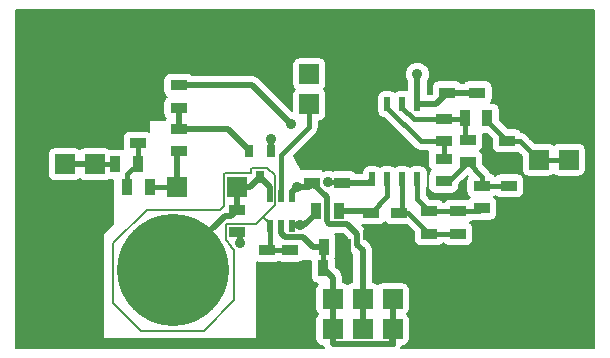
<source format=gbr>
G04 #@! TF.FileFunction,Copper,L2,Bot,Signal*
%FSLAX46Y46*%
G04 Gerber Fmt 4.6, Leading zero omitted, Abs format (unit mm)*
G04 Created by KiCad (PCBNEW 0.201503251001+5534~22~ubuntu14.04.1-product) date Čt 26. březen 2015, 00:22:24 CET*
%MOMM*%
G01*
G04 APERTURE LIST*
%ADD10C,0.100000*%
%ADD11R,1.397000X0.889000*%
%ADD12R,0.889000X1.397000*%
%ADD13R,1.651000X1.651000*%
%ADD14C,6.000000*%
%ADD15R,0.800100X1.000760*%
%ADD16R,0.500000X1.000760*%
%ADD17R,0.501040X1.000760*%
%ADD18C,9.480265*%
%ADD19R,0.508000X1.143000*%
%ADD20C,0.889000*%
%ADD21C,0.500000*%
%ADD22C,0.400000*%
%ADD23C,0.200000*%
%ADD24C,0.130000*%
G04 APERTURE END LIST*
D10*
D11*
X19685000Y10731500D03*
X19685000Y12636500D03*
X26035000Y14922500D03*
X26035000Y16827500D03*
X14732000Y19494500D03*
X14732000Y17589500D03*
X24130000Y9207500D03*
X24130000Y7302500D03*
X40005000Y22542500D03*
X40005000Y24447500D03*
X37465000Y22542500D03*
X37465000Y24447500D03*
D12*
X26987500Y9525000D03*
X28892500Y9525000D03*
X28257500Y12573000D03*
X26352500Y12573000D03*
D11*
X28575000Y14922500D03*
X28575000Y16827500D03*
D12*
X26962100Y7670800D03*
X28867100Y7670800D03*
D11*
X35941000Y10604500D03*
X35941000Y12509500D03*
X42672000Y12763500D03*
X42672000Y14668500D03*
X37134800Y18427700D03*
X37134800Y20332700D03*
D12*
X38925500Y20370800D03*
X40830500Y20370800D03*
D13*
X7620000Y13970000D03*
X7620000Y16510000D03*
X7620000Y19050000D03*
X5080000Y19050000D03*
X5080000Y16510000D03*
X5080000Y13970000D03*
X27736800Y5080000D03*
X35356800Y2540000D03*
X30276800Y2540000D03*
X35356800Y5080000D03*
X25196800Y2540000D03*
X27736800Y2540000D03*
X32816800Y2540000D03*
X25196800Y5080000D03*
X32816800Y5080000D03*
X30276800Y5080000D03*
X25781000Y21590000D03*
X25781000Y24130000D03*
X47726600Y14325600D03*
X47726600Y16865600D03*
X47726600Y19405600D03*
X45186600Y19405600D03*
X45186600Y16865600D03*
X45186600Y14325600D03*
D14*
X45720000Y5080000D03*
X45720000Y25400000D03*
X5080000Y25400000D03*
X5080000Y5080000D03*
D11*
X14732000Y21272500D03*
X14732000Y23177500D03*
D12*
X11226800Y16510000D03*
X9321800Y16510000D03*
D11*
X30988000Y10477500D03*
X30988000Y12382500D03*
X38354000Y10604500D03*
X38354000Y12509500D03*
X33401000Y10477500D03*
X33401000Y12382500D03*
X40386000Y12763500D03*
X40386000Y14668500D03*
X37134800Y15074900D03*
X37134800Y16979900D03*
X39166800Y16675100D03*
X39166800Y18580100D03*
X42519600Y18478500D03*
X42519600Y16573500D03*
D15*
X21590000Y15410180D03*
X22542500Y17609820D03*
X20637500Y17609820D03*
D13*
X14605000Y14605000D03*
X19685000Y14605000D03*
D16*
X24320500Y13843000D03*
X23368000Y13843000D03*
D17*
X22415500Y13843000D03*
D16*
X22415500Y11303000D03*
X23368000Y11303000D03*
X24320500Y11303000D03*
D11*
X22225000Y7302500D03*
X22225000Y9207500D03*
X11277600Y18262600D03*
X11277600Y20167600D03*
D12*
X12255500Y14605000D03*
X10350500Y14605000D03*
D18*
X14249400Y7531100D03*
D19*
X34925000Y21590000D03*
X33655000Y21590000D03*
X32385000Y21590000D03*
X31115000Y21590000D03*
X31115000Y15240000D03*
X32385000Y15240000D03*
X33655000Y15240000D03*
X34925000Y15240000D03*
D20*
X23139400Y6400800D03*
X2895600Y20980400D03*
X2895600Y9906000D03*
X6477000Y10998200D03*
X42113200Y10185400D03*
X38455600Y8813800D03*
X33680400Y17322800D03*
X27076400Y18288000D03*
X37846000Y26898600D03*
X32842200Y27381200D03*
X28117800Y27279600D03*
X22123400Y27482800D03*
X17297400Y27914600D03*
X9372600Y23596600D03*
X32575500Y8318500D03*
X28346400Y8534400D03*
X29819600Y21590000D03*
X29845000Y19050000D03*
X22529800Y18618200D03*
X24770447Y14599689D03*
X34925000Y24130000D03*
X25019000Y11315700D03*
X19905361Y9842500D03*
X24190960Y19928840D03*
X27000200Y9512300D03*
X27378002Y14986000D03*
D21*
X14732000Y19494500D02*
X14732000Y21272500D01*
D22*
X14752320Y19514820D02*
X14732000Y19494500D01*
D21*
X20637500Y17710150D02*
X20637500Y17609820D01*
X18853150Y19494500D02*
X20637500Y17710150D01*
X14732000Y19494500D02*
X18853150Y19494500D01*
D23*
X20949949Y16210561D02*
X20810501Y16071113D01*
X22860000Y14986000D02*
X22860000Y15580612D01*
X9180001Y4726499D02*
X11493500Y2413000D01*
X9180001Y9825443D02*
X9180001Y4726499D01*
X22860000Y15580612D02*
X22230051Y16210561D01*
X19376249Y4961749D02*
X19376249Y9269750D01*
X22230051Y16210561D02*
X20949949Y16210561D01*
X18232302Y12660133D02*
X12014691Y12660133D01*
X18542000Y15653002D02*
X18542000Y12969831D01*
X18619499Y15730501D02*
X18542000Y15653002D01*
X20810501Y16071113D02*
X20810501Y15790501D01*
X20810501Y15790501D02*
X20750501Y15730501D01*
X16827500Y2413000D02*
X19376249Y4961749D01*
X20750501Y15730501D02*
X18619499Y15730501D01*
X19160860Y9485139D02*
X19160860Y9572638D01*
X18542000Y12969831D02*
X18232302Y12660133D01*
X12014691Y12660133D02*
X9180001Y9825443D01*
X11493500Y2413000D02*
X16827500Y2413000D01*
X19376249Y9269750D02*
X19160860Y9485139D01*
X19160860Y9572638D02*
X18686499Y10046999D01*
X18686499Y10046999D02*
X18686499Y11416001D01*
X18686499Y11416001D02*
X18746499Y11476001D01*
X18746499Y11476001D02*
X21255001Y11476001D01*
X21255001Y11476001D02*
X21841460Y12062460D01*
X21846540Y12062460D02*
X22326600Y11582400D01*
X22860000Y13081000D02*
X21841460Y12062460D01*
X21841460Y12062460D02*
X21846540Y12062460D01*
D24*
X22860000Y13081000D02*
X22860000Y14986000D01*
D22*
X21742400Y9080500D02*
X21691600Y9131300D01*
X22415500Y11303000D02*
X22415500Y9140190D01*
X22475190Y9080500D02*
X21742400Y9080500D01*
D23*
X22415500Y11303000D02*
X22415500Y11493500D01*
X22415500Y11493500D02*
X22098000Y11811000D01*
D22*
X24130000Y9207500D02*
X22225000Y9207500D01*
X23139400Y6400800D02*
X23126700Y6400800D01*
X23126700Y6400800D02*
X22225000Y7302500D01*
X2895600Y9906000D02*
X2895600Y20980400D01*
X7620000Y13970000D02*
X7620000Y12141200D01*
X7620000Y12141200D02*
X6477000Y10998200D01*
X42113200Y10185400D02*
X42113200Y12204700D01*
X42113200Y12204700D02*
X42672000Y12763500D01*
X32575500Y8318500D02*
X37960300Y8318500D01*
X37960300Y8318500D02*
X38455600Y8813800D01*
X26035000Y16827500D02*
X26035000Y17246600D01*
X26035000Y17246600D02*
X27076400Y18288000D01*
X37846000Y26898600D02*
X37846000Y26606500D01*
X37846000Y26606500D02*
X40005000Y24447500D01*
X28117800Y27279600D02*
X32740600Y27279600D01*
X32740600Y27279600D02*
X32842200Y27381200D01*
X17297400Y27914600D02*
X21691600Y27914600D01*
X21691600Y27914600D02*
X22123400Y27482800D01*
X7620000Y19050000D02*
X7620000Y21844000D01*
X7620000Y21844000D02*
X9372600Y23596600D01*
X32575500Y8947117D02*
X32575500Y8318500D01*
X32575500Y9144000D02*
X32575500Y8947117D01*
X31242000Y10477500D02*
X32575500Y9144000D01*
X30988000Y10477500D02*
X31242000Y10477500D01*
X28892500Y9525000D02*
X28892500Y9080500D01*
X28892500Y9080500D02*
X28346400Y8534400D01*
X30988000Y10477500D02*
X33401000Y10477500D01*
X25196800Y5080000D02*
X25196800Y2540000D01*
X23520400Y7150100D02*
X23520400Y6756400D01*
X23520400Y6756400D02*
X25196800Y5080000D01*
X29819600Y21590000D02*
X31115000Y21590000D01*
X28575000Y16827500D02*
X29819600Y19024600D01*
X29819600Y19024600D02*
X29845000Y19050000D01*
D21*
X34925000Y24130000D02*
X34925000Y21590000D01*
X30276800Y5080000D02*
X30276800Y9204960D01*
X30276800Y9204960D02*
X29787001Y9694759D01*
X29787001Y9694759D02*
X29787001Y10583501D01*
X28946003Y11424499D02*
X27478141Y11424499D01*
X29787001Y10583501D02*
X28946003Y11424499D01*
X27478141Y11424499D02*
X27247001Y11655639D01*
X27247001Y11655639D02*
X27247001Y13710499D01*
X27247001Y13710499D02*
X26035000Y14922500D01*
X30276800Y2540000D02*
X30276800Y5080000D01*
X22542500Y17609820D02*
X22542500Y18610200D01*
X22534500Y18618200D02*
X22529800Y18618200D01*
X22542500Y18610200D02*
X22534500Y18618200D01*
D22*
X24320500Y13843000D02*
X24320500Y13906500D01*
D21*
X40005000Y22542500D02*
X37465000Y22542500D01*
X36512500Y21590000D02*
X37465000Y22542500D01*
X34925000Y21590000D02*
X36512500Y21590000D01*
X24320500Y14149742D02*
X24770447Y14599689D01*
X24320500Y13843000D02*
X24320500Y14149742D01*
X25712189Y14599689D02*
X26035000Y14922500D01*
X24770447Y14599689D02*
X25712189Y14599689D01*
X24390383Y11315700D02*
X25019000Y11315700D01*
X24333200Y11315700D02*
X24390383Y11315700D01*
X24320500Y11303000D02*
X24333200Y11315700D01*
X26352500Y12319000D02*
X25349200Y11315700D01*
X26352500Y12573000D02*
X26352500Y12319000D01*
X25349200Y11315700D02*
X25019000Y11315700D01*
X19905361Y9842500D02*
X19905361Y10471117D01*
X19905361Y10471117D02*
X19704487Y10671991D01*
X19704487Y10671991D02*
X19685000Y10671991D01*
X19685000Y10668000D02*
X19685000Y10671991D01*
X27736800Y5080000D02*
X27736800Y6896100D01*
X27736800Y6896100D02*
X26962100Y7670800D01*
X32816800Y2540000D02*
X32816800Y5080000D01*
X32766799Y1264499D02*
X32766799Y2489999D01*
X32766799Y2489999D02*
X32816800Y2540000D01*
X27736800Y1314500D02*
X29041298Y1314500D01*
X29091299Y1264499D02*
X32766799Y1264499D01*
X29041298Y1314500D02*
X29091299Y1264499D01*
X32766799Y1264499D02*
X32816800Y1314500D01*
X27736800Y2540000D02*
X27736800Y1314500D01*
X27736800Y1314500D02*
X27736801Y1314499D01*
X27736800Y5080000D02*
X27736800Y2540000D01*
X14732000Y23177500D02*
X20942300Y23177500D01*
X20942300Y23177500D02*
X24190960Y19928840D01*
D22*
X26987500Y9525000D02*
X27000200Y9512300D01*
D21*
X28575000Y14922500D02*
X30797500Y14922500D01*
X30797500Y14922500D02*
X31115000Y15240000D01*
X28575000Y14922500D02*
X28206700Y14922500D01*
D22*
X27736801Y1314499D02*
X32816800Y1314500D01*
X32816800Y1314500D02*
X32816800Y2540000D01*
D21*
X26987500Y9525000D02*
X26043000Y9525000D01*
D22*
X26962100Y7670800D02*
X26962100Y9499600D01*
X26962100Y9499600D02*
X26987500Y9525000D01*
D21*
X14795500Y23114000D02*
X14732000Y23177500D01*
X25215381Y10352619D02*
X26043000Y9525000D01*
X23710499Y10352619D02*
X25215381Y10352619D01*
X23368000Y10695118D02*
X23710499Y10352619D01*
X23368000Y11303000D02*
X23368000Y10695118D01*
X28575000Y14922500D02*
X28206065Y14922500D01*
D22*
X28511500Y14986000D02*
X28575000Y14922500D01*
X27378002Y14986000D02*
X28511500Y14986000D01*
D21*
X30797500Y12573000D02*
X30988000Y12382500D01*
X28257500Y12573000D02*
X30797500Y12573000D01*
D22*
X32385000Y13779500D02*
X32385000Y15461000D01*
X30988000Y12382500D02*
X32385000Y13779500D01*
X33655000Y12636500D02*
X33401000Y12382500D01*
X33655000Y15461000D02*
X33655000Y12636500D01*
X34163000Y12382500D02*
X35941000Y10604500D01*
X33401000Y12382500D02*
X34163000Y12382500D01*
X35941000Y10604500D02*
X38354000Y10604500D01*
X38354000Y12509500D02*
X40132000Y12509500D01*
X40132000Y12509500D02*
X40386000Y12763500D01*
X34925000Y13525500D02*
X35941000Y12509500D01*
X34925000Y15461000D02*
X34925000Y13525500D01*
X35941000Y12509500D02*
X38354000Y12509500D01*
X42672000Y14668500D02*
X40386000Y14668500D01*
X40386000Y14668500D02*
X40386000Y15455900D01*
X40386000Y15455900D02*
X39166800Y16675100D01*
X37134800Y15074900D02*
X37566600Y15074900D01*
X37566600Y15074900D02*
X39166800Y16675100D01*
X40132000Y14922500D02*
X40386000Y14668500D01*
X37134800Y16979900D02*
X37134800Y18427700D01*
X37134800Y18427700D02*
X35229800Y18427700D01*
X35229800Y18427700D02*
X32385000Y21272500D01*
X32385000Y21272500D02*
X32385000Y21590000D01*
X38925500Y20370800D02*
X38925500Y18821400D01*
X38925500Y18821400D02*
X39166800Y18580100D01*
X37134800Y20332700D02*
X38887400Y20332700D01*
X38887400Y20332700D02*
X38925500Y20370800D01*
X33655000Y21590000D02*
X33655000Y21272500D01*
X33655000Y21272500D02*
X34594800Y20332700D01*
X34594800Y20332700D02*
X36036300Y20332700D01*
X36036300Y20332700D02*
X37134800Y20332700D01*
X45186600Y16865600D02*
X47726600Y16865600D01*
X42519600Y18478500D02*
X43573700Y18478500D01*
X43573700Y18478500D02*
X45186600Y16865600D01*
X40830500Y20370800D02*
X40830500Y20167600D01*
X40830500Y20167600D02*
X42519600Y18478500D01*
X23368000Y13843000D02*
X23368000Y17251498D01*
X25781000Y19664498D02*
X25781000Y20364500D01*
X25781000Y20364500D02*
X25781000Y21590000D01*
X23368000Y17251498D02*
X25781000Y19664498D01*
D21*
X5080000Y16510000D02*
X7620000Y16510000D01*
D22*
X9321800Y16510000D02*
X7620000Y16510000D01*
D21*
X14605000Y17462500D02*
X14732000Y17589500D01*
X14605000Y16564490D02*
X14605000Y17462500D01*
X14605000Y14605000D02*
X14605000Y16564490D01*
D22*
X12255500Y14605000D02*
X14605000Y14605000D01*
D21*
X19685000Y12636500D02*
X19158623Y12110123D01*
X19158623Y12110123D02*
X18602790Y12110123D01*
X18602790Y12110123D02*
X14427200Y7934533D01*
X14427200Y7934533D02*
X14427200Y7493000D01*
X19685000Y12636500D02*
X19685000Y14605000D01*
X14025500Y7620000D02*
X13970000Y7620000D01*
X21590000Y15410180D02*
X20784820Y14605000D01*
X20784820Y14605000D02*
X19685000Y14605000D01*
X14478000Y7747000D02*
X14478000Y8249833D01*
X13978000Y7620000D02*
X13970000Y7620000D01*
X22415500Y14584680D02*
X21590000Y15410180D01*
X22415500Y13843000D02*
X22415500Y14584680D01*
D22*
X10350500Y15633700D02*
X11226800Y16510000D01*
X10350500Y14605000D02*
X10350500Y15633700D01*
X11277600Y16560800D02*
X11226800Y16510000D01*
X11277600Y18262600D02*
X11277600Y16560800D01*
D23*
G36*
X29418800Y6519106D02*
X29219472Y6480431D01*
X29015716Y6346586D01*
X29007635Y6334615D01*
X29003386Y6341084D01*
X28801326Y6477476D01*
X28594800Y6518894D01*
X28594800Y6896100D01*
X28529489Y7224442D01*
X28529488Y7224443D01*
X28343498Y7502798D01*
X28343494Y7502801D01*
X28026511Y7819784D01*
X28026511Y8369300D01*
X27988599Y8564695D01*
X28003976Y8587474D01*
X28051911Y8826500D01*
X28051911Y9300567D01*
X28052517Y9302026D01*
X28052883Y9720737D01*
X28051911Y9723089D01*
X28051911Y10223500D01*
X28006931Y10455328D01*
X27933904Y10566499D01*
X28590607Y10566499D01*
X28929001Y10228105D01*
X28929001Y9694765D01*
X28929000Y9694759D01*
X28994312Y9366416D01*
X29180303Y9088061D01*
X29418800Y8849564D01*
X29418800Y6519106D01*
X29418800Y6519106D01*
G37*
X29418800Y6519106D02*
X29219472Y6480431D01*
X29015716Y6346586D01*
X29007635Y6334615D01*
X29003386Y6341084D01*
X28801326Y6477476D01*
X28594800Y6518894D01*
X28594800Y6896100D01*
X28529489Y7224442D01*
X28529488Y7224443D01*
X28343498Y7502798D01*
X28343494Y7502801D01*
X28026511Y7819784D01*
X28026511Y8369300D01*
X27988599Y8564695D01*
X28003976Y8587474D01*
X28051911Y8826500D01*
X28051911Y9300567D01*
X28052517Y9302026D01*
X28052883Y9720737D01*
X28051911Y9723089D01*
X28051911Y10223500D01*
X28006931Y10455328D01*
X27933904Y10566499D01*
X28590607Y10566499D01*
X28929001Y10228105D01*
X28929001Y9694765D01*
X28929000Y9694759D01*
X28994312Y9366416D01*
X29180303Y9088061D01*
X29418800Y8849564D01*
X29418800Y6519106D01*
G36*
X49886000Y914000D02*
X33561275Y914000D01*
X33609489Y986157D01*
X33631057Y1094589D01*
X33642300Y1094589D01*
X33874128Y1139569D01*
X34077884Y1273414D01*
X34214276Y1475474D01*
X34262211Y1714500D01*
X34262211Y3365500D01*
X34217231Y3597328D01*
X34083386Y3801084D01*
X34071414Y3809165D01*
X34077884Y3813414D01*
X34214276Y4015474D01*
X34262211Y4254500D01*
X34262211Y5905500D01*
X34217231Y6137328D01*
X34083386Y6341084D01*
X33881326Y6477476D01*
X33642300Y6525411D01*
X31991300Y6525411D01*
X31759472Y6480431D01*
X31555716Y6346586D01*
X31547635Y6334615D01*
X31543386Y6341084D01*
X31341326Y6477476D01*
X31134800Y6518894D01*
X31134800Y9204960D01*
X31069489Y9533302D01*
X31069488Y9533303D01*
X30883498Y9811658D01*
X30883494Y9811661D01*
X30645001Y10050154D01*
X30645001Y10583496D01*
X30645001Y10583501D01*
X30645002Y10583501D01*
X30579690Y10911843D01*
X30579690Y10911844D01*
X30486694Y11051021D01*
X30393699Y11190198D01*
X30393699Y11190199D01*
X30393695Y11190202D01*
X30259865Y11324033D01*
X30289500Y11318089D01*
X31686500Y11318089D01*
X31918328Y11363069D01*
X32122084Y11496914D01*
X32194528Y11604238D01*
X32261414Y11502416D01*
X32463474Y11366024D01*
X32702500Y11318089D01*
X34084727Y11318089D01*
X34622589Y10780227D01*
X34622589Y10160000D01*
X34667569Y9928172D01*
X34801414Y9724416D01*
X35003474Y9588024D01*
X35242500Y9540089D01*
X36639500Y9540089D01*
X36871328Y9585069D01*
X37075084Y9718914D01*
X37127455Y9796500D01*
X37167062Y9796500D01*
X37214414Y9724416D01*
X37416474Y9588024D01*
X37655500Y9540089D01*
X39052500Y9540089D01*
X39284328Y9585069D01*
X39488084Y9718914D01*
X39624476Y9920974D01*
X39672411Y10160000D01*
X39672411Y11049000D01*
X39627431Y11280828D01*
X39493586Y11484584D01*
X39386262Y11557029D01*
X39488084Y11623914D01*
X39540455Y11701500D01*
X39675477Y11701500D01*
X39687500Y11699089D01*
X41084500Y11699089D01*
X41316328Y11744069D01*
X41520084Y11877914D01*
X41656476Y12079974D01*
X41704411Y12319000D01*
X41704411Y13208000D01*
X41659431Y13439828D01*
X41525586Y13643584D01*
X41418262Y13716029D01*
X41520084Y13782914D01*
X41528164Y13794886D01*
X41532414Y13788416D01*
X41734474Y13652024D01*
X41973500Y13604089D01*
X43370500Y13604089D01*
X43602328Y13649069D01*
X43806084Y13782914D01*
X43942476Y13984974D01*
X43990411Y14224000D01*
X43990411Y15113000D01*
X43945431Y15344828D01*
X43811586Y15548584D01*
X43609526Y15684976D01*
X43370500Y15732911D01*
X41973500Y15732911D01*
X41741672Y15687931D01*
X41537916Y15554086D01*
X41529835Y15542115D01*
X41525586Y15548584D01*
X41323526Y15684976D01*
X41141159Y15721549D01*
X41132495Y15765108D01*
X41132495Y15765109D01*
X40957342Y16027242D01*
X40485211Y16499373D01*
X40485211Y17119600D01*
X40440231Y17351428D01*
X40306386Y17555184D01*
X40199062Y17627629D01*
X40300884Y17694514D01*
X40437276Y17896574D01*
X40485211Y18135600D01*
X40485211Y19024600D01*
X40479819Y19052389D01*
X40803027Y19052389D01*
X41201189Y18654227D01*
X41201189Y18034000D01*
X41246169Y17802172D01*
X41380014Y17598416D01*
X41582074Y17462024D01*
X41821100Y17414089D01*
X43218100Y17414089D01*
X43449928Y17459069D01*
X43450241Y17459275D01*
X43741189Y17168327D01*
X43741189Y16040100D01*
X43786169Y15808272D01*
X43920014Y15604516D01*
X44122074Y15468124D01*
X44361100Y15420189D01*
X46012100Y15420189D01*
X46243928Y15465169D01*
X46447684Y15599014D01*
X46455764Y15610986D01*
X46460014Y15604516D01*
X46662074Y15468124D01*
X46901100Y15420189D01*
X48552100Y15420189D01*
X48783928Y15465169D01*
X48987684Y15599014D01*
X49124076Y15801074D01*
X49172011Y16040100D01*
X49172011Y17691100D01*
X49127031Y17922928D01*
X48993186Y18126684D01*
X48791126Y18263076D01*
X48552100Y18311011D01*
X46901100Y18311011D01*
X46669272Y18266031D01*
X46465516Y18132186D01*
X46457435Y18120215D01*
X46453186Y18126684D01*
X46251126Y18263076D01*
X46012100Y18311011D01*
X44883873Y18311011D01*
X44145042Y19049842D01*
X43882909Y19224995D01*
X43726502Y19256106D01*
X43659186Y19358584D01*
X43457126Y19494976D01*
X43218100Y19542911D01*
X42597873Y19542911D01*
X41894911Y20245873D01*
X41894911Y21069300D01*
X41849931Y21301128D01*
X41716086Y21504884D01*
X41514026Y21641276D01*
X41275000Y21689211D01*
X41160884Y21689211D01*
X41275476Y21858974D01*
X41323411Y22098000D01*
X41323411Y22987000D01*
X41278431Y23218828D01*
X41144586Y23422584D01*
X40942526Y23558976D01*
X40703500Y23606911D01*
X39306500Y23606911D01*
X39074672Y23561931D01*
X38870916Y23428086D01*
X38852295Y23400500D01*
X38619092Y23400500D01*
X38604586Y23422584D01*
X38402526Y23558976D01*
X38163500Y23606911D01*
X36766500Y23606911D01*
X36534672Y23561931D01*
X36330916Y23428086D01*
X36194524Y23226026D01*
X36146589Y22987000D01*
X36146589Y22448000D01*
X35783000Y22448000D01*
X35783000Y23499341D01*
X35816746Y23533028D01*
X35977317Y23919726D01*
X35977683Y24338437D01*
X35817787Y24725415D01*
X35521972Y25021746D01*
X35135274Y25182317D01*
X34716563Y25182683D01*
X34329585Y25022787D01*
X34033254Y24726972D01*
X33872683Y24340274D01*
X33872317Y23921563D01*
X34032213Y23534585D01*
X34067000Y23499737D01*
X34067000Y22749725D01*
X33909000Y22781411D01*
X33401000Y22781411D01*
X33169172Y22736431D01*
X33019400Y22638048D01*
X32878026Y22733476D01*
X32639000Y22781411D01*
X32131000Y22781411D01*
X31899172Y22736431D01*
X31695416Y22602586D01*
X31559024Y22400526D01*
X31511089Y22161500D01*
X31511089Y21018500D01*
X31556069Y20786672D01*
X31689914Y20582916D01*
X31891974Y20446524D01*
X32112521Y20402295D01*
X34658458Y17856358D01*
X34920592Y17681205D01*
X35229800Y17619700D01*
X35855555Y17619700D01*
X35816389Y17424400D01*
X35816389Y16535400D01*
X35861369Y16303572D01*
X35995214Y16099816D01*
X36102537Y16027372D01*
X36000716Y15960486D01*
X35864324Y15758426D01*
X35816389Y15519400D01*
X35816389Y14630400D01*
X35861369Y14398572D01*
X35995214Y14194816D01*
X36197274Y14058424D01*
X36436300Y14010489D01*
X37833300Y14010489D01*
X38065128Y14055469D01*
X38268884Y14189314D01*
X38405276Y14391374D01*
X38453211Y14630400D01*
X38453211Y14818827D01*
X39166800Y15532416D01*
X39208882Y15490334D01*
X39115524Y15352026D01*
X39067589Y15113000D01*
X39067589Y14224000D01*
X39112569Y13992172D01*
X39246414Y13788416D01*
X39353737Y13715972D01*
X39251916Y13649086D01*
X39183446Y13547651D01*
X39052500Y13573911D01*
X37655500Y13573911D01*
X37423672Y13528931D01*
X37219916Y13395086D01*
X37167544Y13317500D01*
X37127937Y13317500D01*
X37080586Y13389584D01*
X36878526Y13525976D01*
X36639500Y13573911D01*
X36019273Y13573911D01*
X35733000Y13860184D01*
X35733000Y14402844D01*
X35750976Y14429474D01*
X35798911Y14668500D01*
X35798911Y15811500D01*
X35753931Y16043328D01*
X35620086Y16247084D01*
X35418026Y16383476D01*
X35179000Y16431411D01*
X34671000Y16431411D01*
X34439172Y16386431D01*
X34289400Y16288048D01*
X34148026Y16383476D01*
X33909000Y16431411D01*
X33401000Y16431411D01*
X33169172Y16386431D01*
X33019400Y16288048D01*
X32878026Y16383476D01*
X32639000Y16431411D01*
X32131000Y16431411D01*
X31899172Y16386431D01*
X31749400Y16288048D01*
X31608026Y16383476D01*
X31369000Y16431411D01*
X30861000Y16431411D01*
X30629172Y16386431D01*
X30425416Y16252586D01*
X30289024Y16050526D01*
X30241089Y15811500D01*
X30241089Y15780500D01*
X29729092Y15780500D01*
X29714586Y15802584D01*
X29512526Y15938976D01*
X29273500Y15986911D01*
X27876500Y15986911D01*
X27764437Y15965169D01*
X27588276Y16038317D01*
X27169565Y16038683D01*
X26942721Y15944954D01*
X26897000Y15954123D01*
X26897000Y16102000D01*
X25078049Y16102000D01*
X24467757Y17208572D01*
X26352342Y19093155D01*
X26352342Y19093156D01*
X26527495Y19355289D01*
X26527495Y19355290D01*
X26537699Y19406590D01*
X26588999Y19664498D01*
X26589000Y19664498D01*
X26589000Y20144589D01*
X26606500Y20144589D01*
X26838328Y20189569D01*
X27042084Y20323414D01*
X27178476Y20525474D01*
X27226411Y20764500D01*
X27226411Y22415500D01*
X27181431Y22647328D01*
X27047586Y22851084D01*
X27035614Y22859165D01*
X27042084Y22863414D01*
X27178476Y23065474D01*
X27226411Y23304500D01*
X27226411Y24955500D01*
X27181431Y25187328D01*
X27047586Y25391084D01*
X26845526Y25527476D01*
X26606500Y25575411D01*
X24955500Y25575411D01*
X24723672Y25530431D01*
X24519916Y25396586D01*
X24383524Y25194526D01*
X24335589Y24955500D01*
X24335589Y23304500D01*
X24380569Y23072672D01*
X24514414Y22868916D01*
X24526385Y22860836D01*
X24519916Y22856586D01*
X24383524Y22654526D01*
X24335589Y22415500D01*
X24335589Y20997607D01*
X21548998Y23784198D01*
X21270643Y23970189D01*
X20942300Y24035501D01*
X20942294Y24035500D01*
X15886092Y24035500D01*
X15871586Y24057584D01*
X15669526Y24193976D01*
X15430500Y24241911D01*
X14033500Y24241911D01*
X13801672Y24196931D01*
X13597916Y24063086D01*
X13461524Y23861026D01*
X13413589Y23622000D01*
X13413589Y22733000D01*
X13458569Y22501172D01*
X13592414Y22297416D01*
X13699737Y22224972D01*
X13597916Y22158086D01*
X13461524Y21956026D01*
X13413589Y21717000D01*
X13413589Y20828000D01*
X13458569Y20596172D01*
X13592414Y20392416D01*
X13604385Y20384336D01*
X13597916Y20380086D01*
X13514834Y20257004D01*
X12228545Y20251967D01*
X12234613Y19265923D01*
X12215126Y19279076D01*
X11976100Y19327011D01*
X10579100Y19327011D01*
X10347272Y19282031D01*
X10143516Y19148186D01*
X10007124Y18946126D01*
X9959189Y18707100D01*
X9959189Y17818100D01*
X9964916Y17788580D01*
X9766300Y17828411D01*
X8877300Y17828411D01*
X8818546Y17817012D01*
X8684526Y17907476D01*
X8445500Y17955411D01*
X6794500Y17955411D01*
X6562672Y17910431D01*
X6358916Y17776586D01*
X6350835Y17764615D01*
X6346586Y17771084D01*
X6144526Y17907476D01*
X5905500Y17955411D01*
X4254500Y17955411D01*
X4022672Y17910431D01*
X3818916Y17776586D01*
X3682524Y17574526D01*
X3634589Y17335500D01*
X3634589Y15684500D01*
X3679569Y15452672D01*
X3813414Y15248916D01*
X4015474Y15112524D01*
X4254500Y15064589D01*
X5905500Y15064589D01*
X6137328Y15109569D01*
X6338322Y15241600D01*
X6364252Y15241600D01*
X6555474Y15112524D01*
X6794500Y15064589D01*
X8445500Y15064589D01*
X8677328Y15109569D01*
X8819756Y15203129D01*
X8877300Y15191589D01*
X9171000Y15191589D01*
X9171000Y11471421D01*
X8282000Y10582421D01*
X8282000Y1678000D01*
X21334400Y1678000D01*
X21334400Y8181614D01*
X21526500Y8143089D01*
X22923500Y8143089D01*
X23155328Y8188069D01*
X23176372Y8201893D01*
X23192474Y8191024D01*
X23431500Y8143089D01*
X24828500Y8143089D01*
X25060328Y8188069D01*
X25203321Y8282000D01*
X25897689Y8282000D01*
X25897689Y6972300D01*
X25942669Y6740472D01*
X26076514Y6536716D01*
X26278574Y6400324D01*
X26492280Y6357467D01*
X26475716Y6346586D01*
X26339324Y6144526D01*
X26291389Y5905500D01*
X26291389Y4254500D01*
X26336369Y4022672D01*
X26470214Y3818916D01*
X26482185Y3810836D01*
X26475716Y3806586D01*
X26339324Y3604526D01*
X26291389Y3365500D01*
X26291389Y1714500D01*
X26336369Y1482672D01*
X26470214Y1278916D01*
X26672274Y1142524D01*
X26911300Y1094589D01*
X26922542Y1094589D01*
X26944111Y986157D01*
X26992324Y914000D01*
X914000Y914000D01*
X914000Y29566000D01*
X49886000Y29566000D01*
X49886000Y914000D01*
X49886000Y914000D01*
G37*
X49886000Y914000D02*
X33561275Y914000D01*
X33609489Y986157D01*
X33631057Y1094589D01*
X33642300Y1094589D01*
X33874128Y1139569D01*
X34077884Y1273414D01*
X34214276Y1475474D01*
X34262211Y1714500D01*
X34262211Y3365500D01*
X34217231Y3597328D01*
X34083386Y3801084D01*
X34071414Y3809165D01*
X34077884Y3813414D01*
X34214276Y4015474D01*
X34262211Y4254500D01*
X34262211Y5905500D01*
X34217231Y6137328D01*
X34083386Y6341084D01*
X33881326Y6477476D01*
X33642300Y6525411D01*
X31991300Y6525411D01*
X31759472Y6480431D01*
X31555716Y6346586D01*
X31547635Y6334615D01*
X31543386Y6341084D01*
X31341326Y6477476D01*
X31134800Y6518894D01*
X31134800Y9204960D01*
X31069489Y9533302D01*
X31069488Y9533303D01*
X30883498Y9811658D01*
X30883494Y9811661D01*
X30645001Y10050154D01*
X30645001Y10583496D01*
X30645001Y10583501D01*
X30645002Y10583501D01*
X30579690Y10911843D01*
X30579690Y10911844D01*
X30486694Y11051021D01*
X30393699Y11190198D01*
X30393699Y11190199D01*
X30393695Y11190202D01*
X30259865Y11324033D01*
X30289500Y11318089D01*
X31686500Y11318089D01*
X31918328Y11363069D01*
X32122084Y11496914D01*
X32194528Y11604238D01*
X32261414Y11502416D01*
X32463474Y11366024D01*
X32702500Y11318089D01*
X34084727Y11318089D01*
X34622589Y10780227D01*
X34622589Y10160000D01*
X34667569Y9928172D01*
X34801414Y9724416D01*
X35003474Y9588024D01*
X35242500Y9540089D01*
X36639500Y9540089D01*
X36871328Y9585069D01*
X37075084Y9718914D01*
X37127455Y9796500D01*
X37167062Y9796500D01*
X37214414Y9724416D01*
X37416474Y9588024D01*
X37655500Y9540089D01*
X39052500Y9540089D01*
X39284328Y9585069D01*
X39488084Y9718914D01*
X39624476Y9920974D01*
X39672411Y10160000D01*
X39672411Y11049000D01*
X39627431Y11280828D01*
X39493586Y11484584D01*
X39386262Y11557029D01*
X39488084Y11623914D01*
X39540455Y11701500D01*
X39675477Y11701500D01*
X39687500Y11699089D01*
X41084500Y11699089D01*
X41316328Y11744069D01*
X41520084Y11877914D01*
X41656476Y12079974D01*
X41704411Y12319000D01*
X41704411Y13208000D01*
X41659431Y13439828D01*
X41525586Y13643584D01*
X41418262Y13716029D01*
X41520084Y13782914D01*
X41528164Y13794886D01*
X41532414Y13788416D01*
X41734474Y13652024D01*
X41973500Y13604089D01*
X43370500Y13604089D01*
X43602328Y13649069D01*
X43806084Y13782914D01*
X43942476Y13984974D01*
X43990411Y14224000D01*
X43990411Y15113000D01*
X43945431Y15344828D01*
X43811586Y15548584D01*
X43609526Y15684976D01*
X43370500Y15732911D01*
X41973500Y15732911D01*
X41741672Y15687931D01*
X41537916Y15554086D01*
X41529835Y15542115D01*
X41525586Y15548584D01*
X41323526Y15684976D01*
X41141159Y15721549D01*
X41132495Y15765108D01*
X41132495Y15765109D01*
X40957342Y16027242D01*
X40485211Y16499373D01*
X40485211Y17119600D01*
X40440231Y17351428D01*
X40306386Y17555184D01*
X40199062Y17627629D01*
X40300884Y17694514D01*
X40437276Y17896574D01*
X40485211Y18135600D01*
X40485211Y19024600D01*
X40479819Y19052389D01*
X40803027Y19052389D01*
X41201189Y18654227D01*
X41201189Y18034000D01*
X41246169Y17802172D01*
X41380014Y17598416D01*
X41582074Y17462024D01*
X41821100Y17414089D01*
X43218100Y17414089D01*
X43449928Y17459069D01*
X43450241Y17459275D01*
X43741189Y17168327D01*
X43741189Y16040100D01*
X43786169Y15808272D01*
X43920014Y15604516D01*
X44122074Y15468124D01*
X44361100Y15420189D01*
X46012100Y15420189D01*
X46243928Y15465169D01*
X46447684Y15599014D01*
X46455764Y15610986D01*
X46460014Y15604516D01*
X46662074Y15468124D01*
X46901100Y15420189D01*
X48552100Y15420189D01*
X48783928Y15465169D01*
X48987684Y15599014D01*
X49124076Y15801074D01*
X49172011Y16040100D01*
X49172011Y17691100D01*
X49127031Y17922928D01*
X48993186Y18126684D01*
X48791126Y18263076D01*
X48552100Y18311011D01*
X46901100Y18311011D01*
X46669272Y18266031D01*
X46465516Y18132186D01*
X46457435Y18120215D01*
X46453186Y18126684D01*
X46251126Y18263076D01*
X46012100Y18311011D01*
X44883873Y18311011D01*
X44145042Y19049842D01*
X43882909Y19224995D01*
X43726502Y19256106D01*
X43659186Y19358584D01*
X43457126Y19494976D01*
X43218100Y19542911D01*
X42597873Y19542911D01*
X41894911Y20245873D01*
X41894911Y21069300D01*
X41849931Y21301128D01*
X41716086Y21504884D01*
X41514026Y21641276D01*
X41275000Y21689211D01*
X41160884Y21689211D01*
X41275476Y21858974D01*
X41323411Y22098000D01*
X41323411Y22987000D01*
X41278431Y23218828D01*
X41144586Y23422584D01*
X40942526Y23558976D01*
X40703500Y23606911D01*
X39306500Y23606911D01*
X39074672Y23561931D01*
X38870916Y23428086D01*
X38852295Y23400500D01*
X38619092Y23400500D01*
X38604586Y23422584D01*
X38402526Y23558976D01*
X38163500Y23606911D01*
X36766500Y23606911D01*
X36534672Y23561931D01*
X36330916Y23428086D01*
X36194524Y23226026D01*
X36146589Y22987000D01*
X36146589Y22448000D01*
X35783000Y22448000D01*
X35783000Y23499341D01*
X35816746Y23533028D01*
X35977317Y23919726D01*
X35977683Y24338437D01*
X35817787Y24725415D01*
X35521972Y25021746D01*
X35135274Y25182317D01*
X34716563Y25182683D01*
X34329585Y25022787D01*
X34033254Y24726972D01*
X33872683Y24340274D01*
X33872317Y23921563D01*
X34032213Y23534585D01*
X34067000Y23499737D01*
X34067000Y22749725D01*
X33909000Y22781411D01*
X33401000Y22781411D01*
X33169172Y22736431D01*
X33019400Y22638048D01*
X32878026Y22733476D01*
X32639000Y22781411D01*
X32131000Y22781411D01*
X31899172Y22736431D01*
X31695416Y22602586D01*
X31559024Y22400526D01*
X31511089Y22161500D01*
X31511089Y21018500D01*
X31556069Y20786672D01*
X31689914Y20582916D01*
X31891974Y20446524D01*
X32112521Y20402295D01*
X34658458Y17856358D01*
X34920592Y17681205D01*
X35229800Y17619700D01*
X35855555Y17619700D01*
X35816389Y17424400D01*
X35816389Y16535400D01*
X35861369Y16303572D01*
X35995214Y16099816D01*
X36102537Y16027372D01*
X36000716Y15960486D01*
X35864324Y15758426D01*
X35816389Y15519400D01*
X35816389Y14630400D01*
X35861369Y14398572D01*
X35995214Y14194816D01*
X36197274Y14058424D01*
X36436300Y14010489D01*
X37833300Y14010489D01*
X38065128Y14055469D01*
X38268884Y14189314D01*
X38405276Y14391374D01*
X38453211Y14630400D01*
X38453211Y14818827D01*
X39166800Y15532416D01*
X39208882Y15490334D01*
X39115524Y15352026D01*
X39067589Y15113000D01*
X39067589Y14224000D01*
X39112569Y13992172D01*
X39246414Y13788416D01*
X39353737Y13715972D01*
X39251916Y13649086D01*
X39183446Y13547651D01*
X39052500Y13573911D01*
X37655500Y13573911D01*
X37423672Y13528931D01*
X37219916Y13395086D01*
X37167544Y13317500D01*
X37127937Y13317500D01*
X37080586Y13389584D01*
X36878526Y13525976D01*
X36639500Y13573911D01*
X36019273Y13573911D01*
X35733000Y13860184D01*
X35733000Y14402844D01*
X35750976Y14429474D01*
X35798911Y14668500D01*
X35798911Y15811500D01*
X35753931Y16043328D01*
X35620086Y16247084D01*
X35418026Y16383476D01*
X35179000Y16431411D01*
X34671000Y16431411D01*
X34439172Y16386431D01*
X34289400Y16288048D01*
X34148026Y16383476D01*
X33909000Y16431411D01*
X33401000Y16431411D01*
X33169172Y16386431D01*
X33019400Y16288048D01*
X32878026Y16383476D01*
X32639000Y16431411D01*
X32131000Y16431411D01*
X31899172Y16386431D01*
X31749400Y16288048D01*
X31608026Y16383476D01*
X31369000Y16431411D01*
X30861000Y16431411D01*
X30629172Y16386431D01*
X30425416Y16252586D01*
X30289024Y16050526D01*
X30241089Y15811500D01*
X30241089Y15780500D01*
X29729092Y15780500D01*
X29714586Y15802584D01*
X29512526Y15938976D01*
X29273500Y15986911D01*
X27876500Y15986911D01*
X27764437Y15965169D01*
X27588276Y16038317D01*
X27169565Y16038683D01*
X26942721Y15944954D01*
X26897000Y15954123D01*
X26897000Y16102000D01*
X25078049Y16102000D01*
X24467757Y17208572D01*
X26352342Y19093155D01*
X26352342Y19093156D01*
X26527495Y19355289D01*
X26527495Y19355290D01*
X26537699Y19406590D01*
X26588999Y19664498D01*
X26589000Y19664498D01*
X26589000Y20144589D01*
X26606500Y20144589D01*
X26838328Y20189569D01*
X27042084Y20323414D01*
X27178476Y20525474D01*
X27226411Y20764500D01*
X27226411Y22415500D01*
X27181431Y22647328D01*
X27047586Y22851084D01*
X27035614Y22859165D01*
X27042084Y22863414D01*
X27178476Y23065474D01*
X27226411Y23304500D01*
X27226411Y24955500D01*
X27181431Y25187328D01*
X27047586Y25391084D01*
X26845526Y25527476D01*
X26606500Y25575411D01*
X24955500Y25575411D01*
X24723672Y25530431D01*
X24519916Y25396586D01*
X24383524Y25194526D01*
X24335589Y24955500D01*
X24335589Y23304500D01*
X24380569Y23072672D01*
X24514414Y22868916D01*
X24526385Y22860836D01*
X24519916Y22856586D01*
X24383524Y22654526D01*
X24335589Y22415500D01*
X24335589Y20997607D01*
X21548998Y23784198D01*
X21270643Y23970189D01*
X20942300Y24035501D01*
X20942294Y24035500D01*
X15886092Y24035500D01*
X15871586Y24057584D01*
X15669526Y24193976D01*
X15430500Y24241911D01*
X14033500Y24241911D01*
X13801672Y24196931D01*
X13597916Y24063086D01*
X13461524Y23861026D01*
X13413589Y23622000D01*
X13413589Y22733000D01*
X13458569Y22501172D01*
X13592414Y22297416D01*
X13699737Y22224972D01*
X13597916Y22158086D01*
X13461524Y21956026D01*
X13413589Y21717000D01*
X13413589Y20828000D01*
X13458569Y20596172D01*
X13592414Y20392416D01*
X13604385Y20384336D01*
X13597916Y20380086D01*
X13514834Y20257004D01*
X12228545Y20251967D01*
X12234613Y19265923D01*
X12215126Y19279076D01*
X11976100Y19327011D01*
X10579100Y19327011D01*
X10347272Y19282031D01*
X10143516Y19148186D01*
X10007124Y18946126D01*
X9959189Y18707100D01*
X9959189Y17818100D01*
X9964916Y17788580D01*
X9766300Y17828411D01*
X8877300Y17828411D01*
X8818546Y17817012D01*
X8684526Y17907476D01*
X8445500Y17955411D01*
X6794500Y17955411D01*
X6562672Y17910431D01*
X6358916Y17776586D01*
X6350835Y17764615D01*
X6346586Y17771084D01*
X6144526Y17907476D01*
X5905500Y17955411D01*
X4254500Y17955411D01*
X4022672Y17910431D01*
X3818916Y17776586D01*
X3682524Y17574526D01*
X3634589Y17335500D01*
X3634589Y15684500D01*
X3679569Y15452672D01*
X3813414Y15248916D01*
X4015474Y15112524D01*
X4254500Y15064589D01*
X5905500Y15064589D01*
X6137328Y15109569D01*
X6338322Y15241600D01*
X6364252Y15241600D01*
X6555474Y15112524D01*
X6794500Y15064589D01*
X8445500Y15064589D01*
X8677328Y15109569D01*
X8819756Y15203129D01*
X8877300Y15191589D01*
X9171000Y15191589D01*
X9171000Y11471421D01*
X8282000Y10582421D01*
X8282000Y1678000D01*
X21334400Y1678000D01*
X21334400Y8181614D01*
X21526500Y8143089D01*
X22923500Y8143089D01*
X23155328Y8188069D01*
X23176372Y8201893D01*
X23192474Y8191024D01*
X23431500Y8143089D01*
X24828500Y8143089D01*
X25060328Y8188069D01*
X25203321Y8282000D01*
X25897689Y8282000D01*
X25897689Y6972300D01*
X25942669Y6740472D01*
X26076514Y6536716D01*
X26278574Y6400324D01*
X26492280Y6357467D01*
X26475716Y6346586D01*
X26339324Y6144526D01*
X26291389Y5905500D01*
X26291389Y4254500D01*
X26336369Y4022672D01*
X26470214Y3818916D01*
X26482185Y3810836D01*
X26475716Y3806586D01*
X26339324Y3604526D01*
X26291389Y3365500D01*
X26291389Y1714500D01*
X26336369Y1482672D01*
X26470214Y1278916D01*
X26672274Y1142524D01*
X26911300Y1094589D01*
X26922542Y1094589D01*
X26944111Y986157D01*
X26992324Y914000D01*
X914000Y914000D01*
X914000Y29566000D01*
X49886000Y29566000D01*
X49886000Y914000D01*
M02*

</source>
